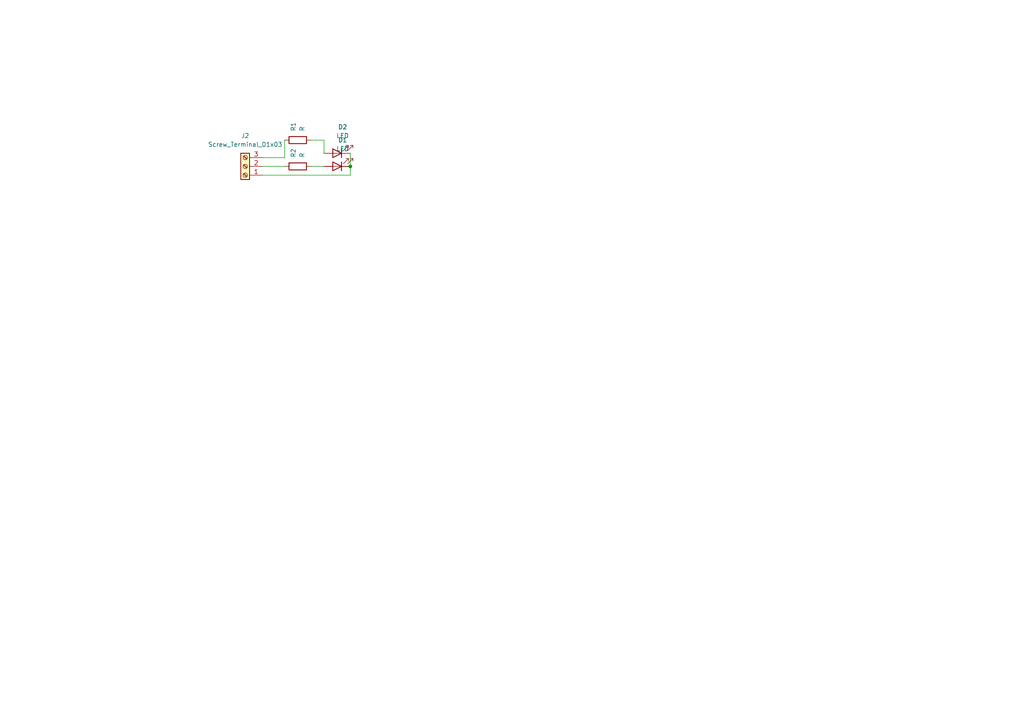
<source format=kicad_sch>
(kicad_sch (version 20230121) (generator eeschema)
  (paper "A4")
  (lib_symbols
    (symbol "Connector:Screw_Terminal_01x03" (pin_names (offset 1.016) hide)
      (property "Reference" "J" (at 0 5.08 0))
      (property "Value" "Screw_Terminal_01x03" (at 0 -5.08 0))
      (symbol "Screw_Terminal_01x03_1_1"
        (rectangle (start -1.27 3.81) (end 1.27 -3.81) (stroke (width 0.254)) (fill (type background)))
        (circle (center 0 -2.54) (radius 0.635) (stroke (width 0.1524)))
        (polyline (pts (xy -0.5334 -2.2098) (xy 0.3302 -3.048)) (stroke (width 0.1524)))
        (polyline (pts (xy -0.5334 0.3302) (xy 0.3302 -0.508)) (stroke (width 0.1524)))
        (polyline (pts (xy -0.5334 2.8702) (xy 0.3302 2.032)) (stroke (width 0.1524)))
        (polyline (pts (xy -0.3556 -2.032) (xy 0.508 -2.8702)) (stroke (width 0.1524)))
        (polyline (pts (xy -0.3556 0.508) (xy 0.508 -0.3302)) (stroke (width 0.1524)))
        (polyline (pts (xy -0.3556 3.048) (xy 0.508 2.2098)) (stroke (width 0.1524)))
        (circle (center 0 0) (radius 0.635) (stroke (width 0.1524)))
        (circle (center 0 2.54) (radius 0.635) (stroke (width 0.1524)))
        (pin passive line (at -5.08 2.54 0) (length 3.81) (name "Pin_1") (number "1"))
        (pin passive line (at -5.08 0 0) (length 3.81) (name "Pin_2") (number "2"))
        (pin passive line (at -5.08 -2.54 0) (length 3.81) (name "Pin_3") (number "3"))
      )
    )
    (symbol "Device:LED" (pin_numbers hide) (pin_names (offset 1.016) hide)
      (property "Reference" "D" (at 0 2.54 0))
      (property "Value" "LED" (at 0 -2.54 0))
      (symbol "LED_0_1"
        (polyline (pts (xy -1.27 -1.27) (xy -1.27 1.27)) (stroke (width 0.254)))
        (polyline (pts (xy -1.27 0) (xy 1.27 0)))
        (polyline (pts (xy 1.27 -1.27) (xy 1.27 1.27) (xy -1.27 0) (xy 1.27 -1.27)) (stroke (width 0.254)))
        (polyline (pts (xy -3.048 -0.762) (xy -4.572 -2.286) (xy -3.81 -2.286) (xy -4.572 -2.286) (xy -4.572 -1.524)))
        (polyline (pts (xy -1.778 -0.762) (xy -3.302 -2.286) (xy -2.54 -2.286) (xy -3.302 -2.286) (xy -3.302 -1.524)))
      )
      (symbol "LED_1_1"
        (pin passive line (at -3.81 0 0) (length 2.54) (name "K") (number "1"))
        (pin passive line (at 3.81 0 180) (length 2.54) (name "A") (number "2"))
      )
    )
    (symbol "Device:R" (pin_numbers hide) (pin_names (offset 0))
      (property "Reference" "R" (at 2.032 0 90))
      (property "Value" "R" (at 0 0 90))
      (symbol "R_0_1"
        (rectangle (start -1.016 -2.54) (end 1.016 2.54) (stroke (width 0.254)))
      )
      (symbol "R_1_1"
        (pin passive line (at 0 3.81 270) (length 1.27) (name "~") (number "1"))
        (pin passive line (at 0 -3.81 90) (length 1.27) (name "~") (number "2"))
      )
    )
  )
  (junction (at 101.6 48.26))
  (wire (pts (xy 82.55 45.72) (xy 82.55 40.64)))
  (wire (pts (xy 76.2 45.72) (xy 82.55 45.72)))
  (wire (pts (xy 93.98 40.64) (xy 93.98 44.45)))
  (wire (pts (xy 76.2 50.8) (xy 101.6 50.8)))
  (wire (pts (xy 90.17 40.64) (xy 93.98 40.64)))
  (wire (pts (xy 90.17 48.26) (xy 93.98 48.26)))
  (wire (pts (xy 76.2 48.26) (xy 82.55 48.26)))
  (wire (pts (xy 101.6 44.45) (xy 101.6 48.26)))
  (wire (pts (xy 101.6 50.8) (xy 101.6 48.26)))
  (symbol (lib_id "Device:LED") (at 97.79 48.26 180) (unit 1)
    (property "Reference" "D1" (at 99.3775 40.64 0))
    (property "Value" "LED" (at 99.3775 43.18 0))
    (property "Footprint" "LED_THT:LED_D5.0mm" (effects hide))
  )
  (symbol (lib_id "Device:R") (at 86.36 48.26 90) (unit 1)
    (property "Reference" "R2" (at 85.09 45.72 0) (effects (justify left)))
    (property "Value" "R" (at 87.63 45.72 0) (effects (justify left)))
    (property "Footprint" "Resistor_THT:R_Axial_DIN0204_L3.6mm_D1.6mm_P5.08mm_Horizontal" (effects hide))
  )
  (symbol (lib_id "Connector:Screw_Terminal_01x03") (at 71.12 48.26 180) (unit 1)
    (property "Reference" "J2" (at 71.12 39.37 0))
    (property "Value" "Screw_Terminal_01x03" (at 71.12 41.91 0))
    (property "Footprint" "TerminalBlock_Phoenix:TerminalBlock_Phoenix_MKDS-1,5-3-5.08_1x03_P5.08mm_Horizontal" (effects hide))
  )
  (symbol (lib_id "Device:R") (at 86.36 40.64 90) (unit 1)
    (property "Reference" "R1" (at 85.09 38.1 0) (effects (justify left)))
    (property "Value" "R" (at 87.63 38.1 0) (effects (justify left)))
    (property "Footprint" "Resistor_THT:R_Axial_DIN0204_L3.6mm_D1.6mm_P5.08mm_Horizontal" (effects hide))
  )
  (symbol (lib_id "Device:LED") (at 97.79 44.45 180) (unit 1)
    (property "Reference" "D2" (at 99.3775 36.83 0))
    (property "Value" "LED" (at 99.3775 39.37 0))
    (property "Footprint" "LED_THT:LED_D5.0mm" (effects hide))
  )
)
</source>
